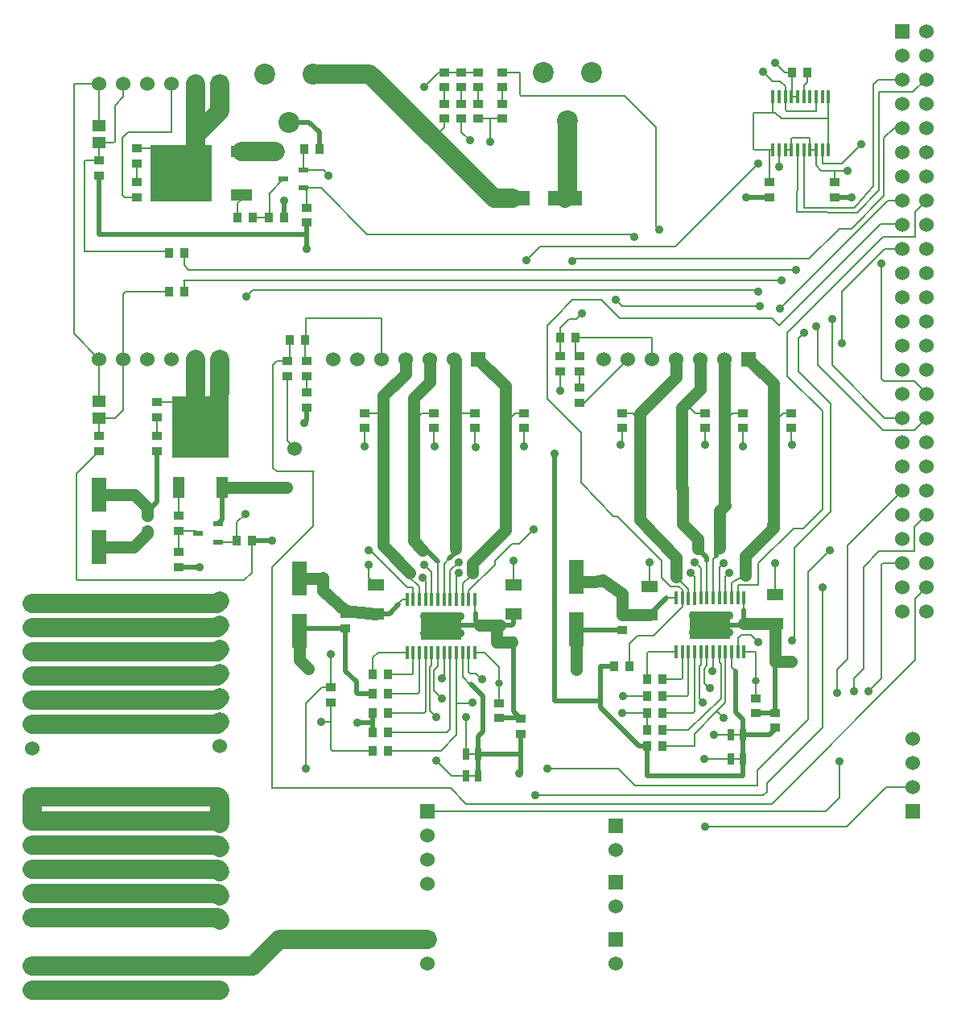
<source format=gtl>
G04 (created by PCBNEW (2013-05-18 BZR 4017)-stable) date Wed 14 Jan 2015 22:46:58 GMT*
%MOIN*%
G04 Gerber Fmt 3.4, Leading zero omitted, Abs format*
%FSLAX34Y34*%
G01*
G70*
G90*
G04 APERTURE LIST*
%ADD10C,0.00590551*%
%ADD11R,0.0906X0.0512*%
%ADD12R,0.2559X0.2323*%
%ADD13C,0.0315*%
%ADD14R,0.0165X0.0579*%
%ADD15C,0.06*%
%ADD16R,0.0394X0.0236*%
%ADD17R,0.025X0.05*%
%ADD18R,0.0709X0.0453*%
%ADD19R,0.0374X0.0394*%
%ADD20R,0.0394X0.0374*%
%ADD21R,0.06X0.06*%
%ADD22R,0.0512X0.0906*%
%ADD23R,0.2323X0.2559*%
%ADD24R,0.1417X0.063*%
%ADD25R,0.063X0.1417*%
%ADD26R,0.0571X0.0453*%
%ADD27C,0.0866*%
%ADD28R,0.1701X0.1181*%
%ADD29C,0.0354*%
%ADD30C,0.035*%
%ADD31C,0.008*%
%ADD32C,0.0198*%
%ADD33C,0.0787402*%
%ADD34C,0.0488*%
%ADD35C,0.0197*%
G04 APERTURE END LIST*
G54D10*
G54D11*
X41500Y-26400D03*
G54D12*
X39000Y-25500D03*
G54D11*
X41500Y-24600D03*
G54D13*
X52150Y-46600D03*
X62800Y-46500D03*
G54D14*
X64522Y-24552D03*
X64778Y-24552D03*
X65034Y-24552D03*
X65290Y-24552D03*
X63758Y-22350D03*
X63754Y-24552D03*
X64010Y-24552D03*
X64266Y-24552D03*
X65546Y-22348D03*
X65290Y-22348D03*
X65034Y-22348D03*
X64778Y-22348D03*
X64522Y-22348D03*
X64266Y-22348D03*
X65546Y-24552D03*
X64010Y-22350D03*
X63498Y-24552D03*
X65802Y-24552D03*
X65802Y-22348D03*
X63498Y-22348D03*
G54D15*
X43708Y-36904D03*
G54D16*
X40516Y-40775D03*
X39684Y-40400D03*
X40516Y-40025D03*
X44066Y-26125D03*
X43234Y-25750D03*
X44066Y-25375D03*
G54D17*
X50800Y-49550D03*
X51300Y-49550D03*
X62250Y-48750D03*
X61750Y-48750D03*
X62250Y-49750D03*
X61750Y-49750D03*
X50800Y-50450D03*
X51300Y-50450D03*
G54D18*
X52750Y-42559D03*
X52750Y-43741D03*
X47050Y-42559D03*
X47050Y-43741D03*
X63600Y-42959D03*
X63600Y-44141D03*
X58400Y-42609D03*
X58400Y-43791D03*
G54D19*
X54685Y-32300D03*
X55315Y-32300D03*
X47565Y-48650D03*
X46935Y-48650D03*
X43485Y-32400D03*
X44115Y-32400D03*
X64285Y-21350D03*
X64915Y-21350D03*
X41965Y-27350D03*
X41335Y-27350D03*
G54D20*
X35600Y-25615D03*
X35600Y-24985D03*
X35600Y-37015D03*
X35600Y-36385D03*
X37150Y-25885D03*
X37150Y-26515D03*
X38000Y-36385D03*
X38000Y-37015D03*
X38900Y-41815D03*
X38900Y-41185D03*
X44200Y-26935D03*
X44200Y-27565D03*
G54D19*
X41285Y-40700D03*
X41915Y-40700D03*
G54D20*
X38900Y-40315D03*
X38900Y-39685D03*
G54D19*
X58915Y-48550D03*
X58285Y-48550D03*
X58285Y-49200D03*
X58915Y-49200D03*
X56935Y-45900D03*
X57565Y-45900D03*
G54D20*
X45200Y-47415D03*
X45200Y-46785D03*
G54D19*
X46935Y-49400D03*
X47565Y-49400D03*
X43265Y-27350D03*
X42635Y-27350D03*
G54D20*
X44200Y-34585D03*
X44200Y-35215D03*
X55500Y-34385D03*
X55500Y-35015D03*
X63350Y-26515D03*
X63350Y-25885D03*
G54D21*
X40600Y-43200D03*
G54D15*
X40600Y-44200D03*
X40600Y-45200D03*
X40600Y-46200D03*
X40600Y-47200D03*
X40600Y-48200D03*
X40600Y-49200D03*
G54D21*
X32829Y-43313D03*
G54D15*
X32829Y-44313D03*
X32829Y-45313D03*
X32829Y-46313D03*
X32829Y-47313D03*
X32829Y-48313D03*
X32829Y-49313D03*
G54D21*
X62500Y-33200D03*
G54D15*
X61500Y-33200D03*
X60500Y-33200D03*
X59500Y-33200D03*
X58500Y-33200D03*
X57500Y-33200D03*
X56500Y-33200D03*
G54D21*
X51300Y-33200D03*
G54D15*
X50300Y-33200D03*
X49300Y-33200D03*
X48300Y-33200D03*
X47300Y-33200D03*
X46300Y-33200D03*
X45300Y-33200D03*
G54D21*
X40600Y-21800D03*
G54D15*
X39600Y-21800D03*
X38600Y-21800D03*
X37600Y-21800D03*
X36600Y-21800D03*
X35600Y-21800D03*
G54D21*
X69300Y-51900D03*
G54D15*
X69300Y-50900D03*
X69300Y-49900D03*
X69300Y-48900D03*
G54D21*
X49200Y-51900D03*
G54D15*
X49200Y-52900D03*
X49200Y-53900D03*
X49200Y-54900D03*
G54D21*
X32829Y-58313D03*
G54D15*
X32829Y-59313D03*
G54D21*
X57000Y-57200D03*
G54D15*
X57000Y-58200D03*
G54D21*
X57000Y-54850D03*
G54D15*
X57000Y-55850D03*
G54D21*
X57000Y-52500D03*
G54D15*
X57000Y-53500D03*
G54D21*
X68874Y-19639D03*
G54D15*
X69874Y-19639D03*
X68874Y-24639D03*
X69874Y-20639D03*
X68874Y-25639D03*
X69874Y-21639D03*
X68874Y-26639D03*
X69874Y-22639D03*
X68874Y-27639D03*
X69874Y-23639D03*
X68874Y-28639D03*
X69874Y-24639D03*
X68874Y-29639D03*
X69874Y-25639D03*
X68874Y-30639D03*
X69874Y-26639D03*
X68874Y-31639D03*
X69874Y-27639D03*
X68874Y-32639D03*
X69874Y-28639D03*
X68874Y-33639D03*
X69874Y-29639D03*
X68874Y-34639D03*
X69874Y-30639D03*
X69874Y-31639D03*
X68874Y-35639D03*
X69874Y-32639D03*
X69874Y-34639D03*
X69874Y-35639D03*
X69874Y-36639D03*
X69874Y-37639D03*
X68874Y-36639D03*
X68874Y-37639D03*
X68874Y-20639D03*
X68874Y-21639D03*
X68874Y-22639D03*
X68874Y-23639D03*
X68874Y-38639D03*
X69874Y-38639D03*
X69874Y-33639D03*
X68874Y-39639D03*
X69874Y-39639D03*
X68874Y-40639D03*
X69874Y-40639D03*
X68874Y-41639D03*
X69874Y-41639D03*
X68874Y-42639D03*
X69874Y-42639D03*
X68874Y-43639D03*
X69874Y-43639D03*
G54D20*
X38000Y-34985D03*
X38000Y-35600D03*
X37150Y-24485D03*
X37150Y-25100D03*
X44200Y-33285D03*
X44200Y-33900D03*
X55500Y-33085D03*
X55500Y-33700D03*
G54D22*
X38900Y-38500D03*
G54D23*
X39800Y-36000D03*
G54D22*
X40700Y-38500D03*
G54D24*
X52717Y-26550D03*
X54883Y-26550D03*
G54D25*
X43900Y-44433D03*
X43900Y-42267D03*
X55350Y-44383D03*
X55350Y-42217D03*
X35600Y-38817D03*
X35600Y-40983D03*
G54D26*
X35600Y-24254D03*
X35600Y-23546D03*
X35600Y-35654D03*
X35600Y-34946D03*
G54D20*
X45800Y-43735D03*
X45800Y-44365D03*
X57250Y-43785D03*
X57250Y-44415D03*
X52150Y-47435D03*
X52150Y-48065D03*
X62800Y-47235D03*
X62800Y-47865D03*
X54700Y-33085D03*
X54700Y-33715D03*
X43400Y-33285D03*
X43400Y-33915D03*
X66050Y-26515D03*
X66050Y-25885D03*
X53050Y-48715D03*
X53050Y-48085D03*
G54D19*
X58915Y-47850D03*
X58285Y-47850D03*
X58915Y-47150D03*
X58285Y-47150D03*
G54D20*
X63600Y-48465D03*
X63600Y-47835D03*
G54D19*
X47565Y-47050D03*
X46935Y-47050D03*
X47565Y-47850D03*
X46935Y-47850D03*
G54D21*
X32829Y-51313D03*
G54D15*
X32829Y-52313D03*
X32829Y-53313D03*
X32829Y-54313D03*
G54D21*
X32829Y-56313D03*
G54D15*
X32829Y-55313D03*
G54D21*
X40600Y-33200D03*
G54D15*
X39600Y-33200D03*
X38600Y-33200D03*
X37600Y-33200D03*
X36600Y-33200D03*
X35600Y-33200D03*
G54D21*
X40600Y-51400D03*
G54D15*
X40600Y-52400D03*
X40600Y-53400D03*
X40600Y-54400D03*
X40600Y-55400D03*
X40600Y-56400D03*
G54D21*
X40600Y-58300D03*
G54D15*
X40600Y-59300D03*
G54D27*
X43450Y-23400D03*
X44450Y-21400D03*
X42450Y-21400D03*
X55000Y-23350D03*
X56000Y-21350D03*
X54000Y-21350D03*
G54D20*
X57250Y-35435D03*
X57250Y-36065D03*
X60700Y-36065D03*
X60700Y-35435D03*
X62250Y-35435D03*
X62250Y-36065D03*
X64250Y-36065D03*
X64250Y-35435D03*
X46600Y-35435D03*
X46600Y-36065D03*
X49450Y-36065D03*
X49450Y-35435D03*
X51150Y-35435D03*
X51150Y-36065D03*
X53200Y-36065D03*
X53200Y-35435D03*
G54D19*
X46935Y-46250D03*
X47565Y-46250D03*
X58285Y-46450D03*
X58915Y-46450D03*
G54D20*
X37600Y-39685D03*
X37600Y-40315D03*
G54D19*
X44715Y-24500D03*
X44085Y-24500D03*
G54D14*
X49622Y-45352D03*
X49878Y-45352D03*
X50134Y-45352D03*
X50390Y-45352D03*
X48858Y-43150D03*
X48854Y-45352D03*
X49110Y-45352D03*
X49366Y-45352D03*
X50646Y-43148D03*
X50390Y-43148D03*
X50134Y-43148D03*
X49878Y-43148D03*
X49622Y-43148D03*
X49366Y-43148D03*
X50646Y-45352D03*
X49110Y-43150D03*
X48598Y-45352D03*
X50902Y-45352D03*
X50902Y-43148D03*
X48598Y-43148D03*
X48343Y-45352D03*
X51157Y-45352D03*
X51157Y-43148D03*
X48343Y-43148D03*
G54D28*
X49750Y-44250D03*
G54D29*
X49050Y-43850D03*
X49550Y-43850D03*
X50050Y-43850D03*
X50550Y-43850D03*
X49300Y-44200D03*
X49800Y-44200D03*
X50300Y-44200D03*
X49050Y-44550D03*
X49550Y-44550D03*
X50050Y-44550D03*
X50550Y-44550D03*
G54D14*
X60772Y-45302D03*
X61028Y-45302D03*
X61284Y-45302D03*
X61540Y-45302D03*
X60008Y-43100D03*
X60004Y-45302D03*
X60260Y-45302D03*
X60516Y-45302D03*
X61796Y-43098D03*
X61540Y-43098D03*
X61284Y-43098D03*
X61028Y-43098D03*
X60772Y-43098D03*
X60516Y-43098D03*
X61796Y-45302D03*
X60260Y-43100D03*
X59748Y-45302D03*
X62052Y-45302D03*
X62052Y-43098D03*
X59748Y-43098D03*
X59493Y-45302D03*
X62307Y-45302D03*
X62307Y-43098D03*
X59493Y-43098D03*
G54D28*
X60900Y-44200D03*
G54D29*
X60200Y-43800D03*
X60700Y-43800D03*
X61200Y-43800D03*
X61700Y-43800D03*
X60450Y-44150D03*
X60950Y-44150D03*
X61450Y-44150D03*
X60200Y-44500D03*
X60700Y-44500D03*
X61200Y-44500D03*
X61700Y-44500D03*
G54D21*
X49200Y-57200D03*
G54D15*
X49200Y-58200D03*
G54D20*
X49900Y-21335D03*
X49900Y-21950D03*
X50600Y-21335D03*
X50600Y-21950D03*
X51300Y-21335D03*
X51300Y-21950D03*
X52300Y-21335D03*
X52300Y-21950D03*
X49900Y-22635D03*
X49900Y-23265D03*
X50600Y-22635D03*
X50600Y-23265D03*
X51300Y-22635D03*
X51300Y-23265D03*
X52300Y-22635D03*
X52300Y-23265D03*
G54D19*
X39115Y-28800D03*
X38485Y-28800D03*
X39115Y-30400D03*
X38485Y-30400D03*
G54D30*
X51800Y-24200D03*
X53000Y-50350D03*
X44800Y-48200D03*
X49550Y-49800D03*
X49550Y-48000D03*
X50800Y-48000D03*
X49800Y-47250D03*
X42750Y-40700D03*
X61050Y-48750D03*
X60900Y-46800D03*
X60650Y-49750D03*
X60600Y-47400D03*
X66750Y-26500D03*
X62400Y-26500D03*
X63600Y-20950D03*
X44100Y-35850D03*
X44200Y-28650D03*
X54450Y-37100D03*
X50950Y-24150D03*
X39750Y-41800D03*
X43250Y-26650D03*
X65300Y-31850D03*
X63850Y-29950D03*
X66150Y-47000D03*
X66250Y-49850D03*
X65550Y-42650D03*
X53650Y-51250D03*
X65950Y-31550D03*
X64450Y-29500D03*
X55600Y-31300D03*
X55200Y-29150D03*
X57750Y-28150D03*
X67150Y-24300D03*
X63800Y-31100D03*
X62900Y-44900D03*
X64300Y-44850D03*
X64800Y-32100D03*
X53600Y-40250D03*
X62950Y-31000D03*
X57000Y-30750D03*
X54150Y-50150D03*
X65850Y-41100D03*
X44150Y-50150D03*
X46750Y-41100D03*
X45200Y-45400D03*
X41650Y-39600D03*
X41700Y-30600D03*
X62900Y-30400D03*
X62900Y-25100D03*
X53300Y-29100D03*
X63750Y-25250D03*
X60700Y-52550D03*
X51450Y-46450D03*
X66350Y-32550D03*
X66850Y-46950D03*
X67450Y-46950D03*
X49050Y-21950D03*
X55050Y-24850D03*
X62250Y-36800D03*
X60700Y-36750D03*
X64300Y-36750D03*
X57200Y-36750D03*
X51200Y-36850D03*
X49500Y-36800D03*
X46600Y-36800D03*
X53200Y-36800D03*
X46300Y-48250D03*
X52750Y-44850D03*
X44850Y-42250D03*
X36950Y-41000D03*
X43350Y-38500D03*
X64300Y-45750D03*
X66600Y-25400D03*
X63100Y-21300D03*
X42900Y-24600D03*
X57250Y-47850D03*
X56450Y-42350D03*
X45100Y-25600D03*
X54700Y-34500D03*
X58400Y-41600D03*
X60250Y-41600D03*
X63600Y-41650D03*
X61450Y-41650D03*
X50500Y-41600D03*
X52750Y-41550D03*
X46750Y-41700D03*
X49050Y-41700D03*
X51050Y-47400D03*
X49800Y-46400D03*
X61450Y-48050D03*
X61000Y-46100D03*
X68000Y-29250D03*
X58800Y-27850D03*
X50550Y-25150D03*
X57300Y-47150D03*
X50500Y-42050D03*
X49000Y-42250D03*
X44250Y-46000D03*
X55350Y-46050D03*
X37050Y-38800D03*
X61700Y-42050D03*
X60100Y-42050D03*
G54D31*
X51800Y-23265D02*
X51800Y-24200D01*
X51300Y-23265D02*
X51800Y-23265D01*
X51800Y-23265D02*
X52300Y-23265D01*
X61750Y-49750D02*
X62250Y-49750D01*
X61750Y-48750D02*
X62250Y-48750D01*
X50800Y-50450D02*
X51300Y-50450D01*
X50800Y-49550D02*
X51300Y-49550D01*
X64522Y-22348D02*
X64266Y-22348D01*
G54D32*
X62250Y-48750D02*
X62250Y-49750D01*
X53050Y-50300D02*
X53050Y-49500D01*
X53000Y-50350D02*
X53050Y-50300D01*
G54D31*
X45200Y-48200D02*
X44800Y-48200D01*
X45200Y-47415D02*
X45200Y-48200D01*
X45200Y-48200D02*
X45200Y-49350D01*
X45250Y-49400D02*
X46935Y-49400D01*
X45200Y-49350D02*
X45250Y-49400D01*
X49290Y-47500D02*
X49290Y-47740D01*
X49366Y-45884D02*
X49290Y-45959D01*
X49290Y-45959D02*
X49290Y-47500D01*
X49366Y-45352D02*
X49366Y-45884D01*
X50200Y-50450D02*
X50800Y-50450D01*
X49550Y-49800D02*
X50200Y-50450D01*
X49290Y-47740D02*
X49550Y-48000D01*
X49450Y-46050D02*
X49500Y-46050D01*
X49800Y-47250D02*
X49450Y-46900D01*
X49450Y-46900D02*
X49450Y-46050D01*
X50800Y-49550D02*
X50800Y-48000D01*
X49622Y-45928D02*
X49622Y-45352D01*
X49500Y-46050D02*
X49622Y-45928D01*
X50646Y-45352D02*
X50646Y-46346D01*
X51000Y-46700D02*
X51000Y-46650D01*
X50646Y-46346D02*
X51000Y-46700D01*
G54D32*
X51300Y-49550D02*
X51300Y-48800D01*
X51300Y-48800D02*
X51500Y-48600D01*
X51500Y-48600D02*
X51500Y-47150D01*
X51500Y-47150D02*
X51000Y-46650D01*
X51000Y-46650D02*
X51000Y-46650D01*
X51300Y-49550D02*
X51300Y-50450D01*
X53050Y-48715D02*
X53050Y-49500D01*
X53000Y-49550D02*
X51300Y-49550D01*
X53050Y-49500D02*
X53000Y-49550D01*
X42750Y-40700D02*
X41915Y-40700D01*
X61950Y-46100D02*
X61950Y-47800D01*
X61950Y-47800D02*
X62250Y-48100D01*
X62250Y-48100D02*
X62250Y-48750D01*
G54D31*
X61796Y-45946D02*
X61950Y-46100D01*
X61796Y-45302D02*
X61796Y-45946D01*
X61796Y-45946D02*
X61800Y-45950D01*
X60772Y-45302D02*
X60772Y-45878D01*
X61050Y-48750D02*
X61750Y-48750D01*
X60850Y-46800D02*
X60900Y-46800D01*
X60650Y-46600D02*
X60850Y-46800D01*
X60650Y-46000D02*
X60650Y-46600D01*
X60772Y-45878D02*
X60650Y-46000D01*
X60516Y-45302D02*
X60516Y-45834D01*
X60650Y-49750D02*
X61750Y-49750D01*
X60450Y-47250D02*
X60600Y-47400D01*
X60450Y-45900D02*
X60450Y-47250D01*
X60516Y-45834D02*
X60450Y-45900D01*
G54D32*
X66735Y-26515D02*
X66050Y-26515D01*
X66750Y-26500D02*
X66735Y-26515D01*
X63350Y-26515D02*
X62415Y-26515D01*
X62415Y-26515D02*
X62400Y-26500D01*
G54D31*
X64285Y-21350D02*
X64000Y-21350D01*
X64000Y-21350D02*
X63600Y-20950D01*
X64285Y-21350D02*
X64285Y-22329D01*
X64285Y-22329D02*
X64266Y-22348D01*
G54D33*
X32829Y-48313D02*
X40487Y-48313D01*
X40487Y-48313D02*
X40600Y-48200D01*
G54D31*
X41915Y-40700D02*
X41915Y-42035D01*
X41915Y-42035D02*
X41600Y-42350D01*
X41600Y-42350D02*
X34700Y-42350D01*
X34700Y-42350D02*
X34650Y-42300D01*
X34650Y-42300D02*
X34650Y-37965D01*
X34650Y-37965D02*
X35600Y-37015D01*
G54D32*
X44200Y-35215D02*
X44200Y-35750D01*
X44200Y-35750D02*
X44100Y-35850D01*
X44200Y-28000D02*
X44150Y-28000D01*
X44200Y-28650D02*
X44200Y-28000D01*
X56350Y-45900D02*
X56350Y-47350D01*
X54450Y-47350D02*
X54450Y-37100D01*
X56350Y-47350D02*
X54450Y-47350D01*
X44200Y-27565D02*
X44200Y-28100D01*
X44200Y-28100D02*
X44150Y-28050D01*
X44150Y-28050D02*
X35600Y-28050D01*
X35600Y-28050D02*
X35600Y-25615D01*
G54D31*
X35600Y-28050D02*
X35600Y-28050D01*
X55500Y-35015D02*
X55685Y-35015D01*
X55685Y-35015D02*
X57500Y-33200D01*
G54D32*
X58285Y-49200D02*
X57950Y-49200D01*
X57950Y-49200D02*
X56350Y-47600D01*
X56350Y-47600D02*
X56350Y-45900D01*
X56350Y-45900D02*
X56935Y-45900D01*
X62250Y-49750D02*
X62250Y-50450D01*
X62250Y-50450D02*
X58300Y-50450D01*
X58300Y-50450D02*
X58285Y-50435D01*
X58285Y-50435D02*
X58285Y-49200D01*
X62250Y-48750D02*
X63350Y-48750D01*
X63350Y-48750D02*
X63600Y-48500D01*
G54D31*
X50600Y-23265D02*
X50600Y-23800D01*
X50600Y-23800D02*
X50950Y-24150D01*
G54D32*
X39735Y-41815D02*
X39750Y-41800D01*
X38900Y-41815D02*
X39735Y-41815D01*
X43265Y-26665D02*
X43265Y-27350D01*
X43250Y-26650D02*
X43265Y-26665D01*
G54D31*
X39115Y-30400D02*
X39115Y-29950D01*
X39115Y-29950D02*
X39100Y-29950D01*
X69363Y-36150D02*
X69874Y-35639D01*
X68050Y-36150D02*
X69363Y-36150D01*
X65350Y-33450D02*
X68050Y-36150D01*
X65350Y-31900D02*
X65350Y-33450D01*
X65300Y-31850D02*
X65350Y-31900D01*
X39100Y-29950D02*
X63850Y-29950D01*
X49200Y-51900D02*
X50100Y-51900D01*
X66600Y-40913D02*
X68874Y-38639D01*
X66600Y-45600D02*
X66600Y-40913D01*
X66150Y-46050D02*
X66600Y-45600D01*
X66150Y-47000D02*
X66150Y-46050D01*
X66250Y-51350D02*
X66250Y-49850D01*
X65700Y-51900D02*
X66250Y-51350D01*
X50100Y-51900D02*
X65700Y-51900D01*
X56200Y-51250D02*
X53650Y-51250D01*
X65550Y-42650D02*
X65550Y-48450D01*
X65550Y-48450D02*
X63250Y-50750D01*
X63250Y-50750D02*
X63250Y-51100D01*
X63250Y-51100D02*
X63100Y-51250D01*
X63100Y-51250D02*
X56200Y-51250D01*
X39115Y-28800D02*
X39115Y-29315D01*
X39115Y-29315D02*
X39300Y-29500D01*
X68139Y-35639D02*
X68874Y-35639D01*
X65950Y-33450D02*
X68139Y-35639D01*
X65950Y-31550D02*
X65950Y-33450D01*
X39300Y-29500D02*
X64450Y-29500D01*
X66750Y-27800D02*
X66250Y-27800D01*
X68511Y-23639D02*
X68100Y-24050D01*
X68100Y-24050D02*
X68100Y-26450D01*
X68100Y-26450D02*
X66750Y-27800D01*
X68874Y-23639D02*
X68511Y-23639D01*
X54685Y-31915D02*
X54685Y-32300D01*
X55050Y-31550D02*
X54685Y-31915D01*
X55350Y-31550D02*
X55050Y-31550D01*
X55600Y-31300D02*
X55350Y-31550D01*
X55300Y-29050D02*
X55200Y-29150D01*
X65000Y-29050D02*
X55300Y-29050D01*
X66250Y-27800D02*
X65000Y-29050D01*
X54685Y-32300D02*
X54685Y-33070D01*
X54685Y-33070D02*
X54700Y-33085D01*
G54D33*
X32829Y-51313D02*
X32829Y-52313D01*
X40600Y-51400D02*
X40600Y-52400D01*
X32829Y-52313D02*
X40513Y-52313D01*
X40513Y-52313D02*
X40600Y-52400D01*
X32829Y-51313D02*
X40513Y-51313D01*
X40513Y-51313D02*
X40600Y-51400D01*
X32829Y-44313D02*
X40487Y-44313D01*
X40487Y-44313D02*
X40600Y-44200D01*
X32829Y-43313D02*
X40487Y-43313D01*
X40487Y-43313D02*
X40600Y-43200D01*
X32829Y-45313D02*
X40487Y-45313D01*
X40487Y-45313D02*
X40600Y-45200D01*
X32829Y-46313D02*
X40487Y-46313D01*
X40487Y-46313D02*
X40600Y-46200D01*
X32829Y-47313D02*
X40487Y-47313D01*
X40487Y-47313D02*
X40600Y-47200D01*
X32829Y-55313D02*
X40513Y-55313D01*
X40513Y-55313D02*
X40600Y-55400D01*
X40600Y-21800D02*
X40600Y-22950D01*
X40600Y-22950D02*
X39600Y-23950D01*
X39600Y-21800D02*
X39600Y-23950D01*
X39600Y-23950D02*
X39600Y-24900D01*
X39600Y-24900D02*
X39000Y-25500D01*
G54D31*
X37150Y-24485D02*
X37985Y-24485D01*
X37985Y-24485D02*
X39000Y-25500D01*
X65550Y-35350D02*
X65550Y-39400D01*
X68050Y-28150D02*
X64100Y-32100D01*
X64100Y-32100D02*
X64100Y-33900D01*
X64100Y-33900D02*
X65550Y-35350D01*
X62052Y-42552D02*
X62052Y-43098D01*
X62050Y-42550D02*
X62052Y-42552D01*
X62900Y-42550D02*
X62050Y-42550D01*
X62900Y-41650D02*
X62900Y-42550D01*
X64350Y-40200D02*
X62900Y-41650D01*
X64750Y-40200D02*
X64350Y-40200D01*
X65550Y-39400D02*
X64750Y-40200D01*
X68050Y-28150D02*
X68050Y-28150D01*
X68050Y-28150D02*
X69400Y-28150D01*
X69400Y-27113D02*
X69874Y-26639D01*
X69400Y-28050D02*
X69400Y-27113D01*
X69400Y-28150D02*
X69400Y-28050D01*
X56900Y-39700D02*
X57050Y-39700D01*
X63450Y-31500D02*
X63750Y-31800D01*
X63750Y-31800D02*
X67950Y-27600D01*
X67950Y-27600D02*
X68835Y-27600D01*
X68874Y-27639D02*
X68835Y-27600D01*
X54450Y-31500D02*
X55200Y-30750D01*
X56400Y-30750D02*
X57150Y-31500D01*
X55200Y-30750D02*
X56400Y-30750D01*
X54150Y-31800D02*
X54450Y-31500D01*
X55550Y-36250D02*
X54150Y-34850D01*
X55550Y-38300D02*
X55550Y-36250D01*
X56900Y-39700D02*
X55550Y-38300D01*
X54150Y-34850D02*
X54150Y-31800D01*
X57150Y-31500D02*
X63450Y-31500D01*
X57050Y-39700D02*
X57900Y-40550D01*
X59748Y-43098D02*
X59748Y-42748D01*
X58900Y-41550D02*
X57900Y-40550D01*
X57900Y-40550D02*
X57850Y-40500D01*
X58900Y-42250D02*
X58900Y-41550D01*
X59250Y-42600D02*
X58900Y-42250D01*
X59600Y-42600D02*
X59250Y-42600D01*
X59748Y-42748D02*
X59600Y-42600D01*
X57565Y-45100D02*
X57550Y-45100D01*
X57550Y-45100D02*
X57565Y-45100D01*
X59748Y-43098D02*
X59748Y-43452D01*
X57565Y-44985D02*
X57565Y-45100D01*
X57565Y-45100D02*
X57565Y-45900D01*
X57900Y-44650D02*
X57565Y-44985D01*
X58550Y-44650D02*
X57900Y-44650D01*
X59748Y-43452D02*
X58550Y-44650D01*
X62250Y-35435D02*
X61815Y-35435D01*
X61815Y-35435D02*
X61500Y-35750D01*
G54D34*
X61500Y-33200D02*
X61500Y-35750D01*
X61500Y-35750D02*
X61500Y-39285D01*
X61535Y-39250D02*
X61300Y-39485D01*
X61500Y-39285D02*
X61535Y-39250D01*
G54D32*
X61150Y-41350D02*
X61150Y-41150D01*
G54D31*
X61028Y-41472D02*
X61150Y-41350D01*
X61028Y-43098D02*
X61028Y-41472D01*
G54D34*
X61300Y-41000D02*
X61300Y-39485D01*
G54D32*
X61150Y-41150D02*
X61300Y-41000D01*
G54D31*
X64250Y-35435D02*
X63915Y-35435D01*
X63915Y-35435D02*
X63526Y-35824D01*
G54D34*
X63526Y-38511D02*
X63526Y-35824D01*
X63526Y-35824D02*
X63526Y-34226D01*
X63526Y-34226D02*
X62500Y-33200D01*
X63526Y-38526D02*
X63526Y-38511D01*
X63526Y-38511D02*
X63526Y-40189D01*
X63500Y-40050D02*
X63500Y-40215D01*
X63500Y-40163D02*
X63500Y-40050D01*
X63526Y-40189D02*
X63500Y-40163D01*
X62350Y-42150D02*
X62350Y-41365D01*
X62350Y-41365D02*
X63500Y-40215D01*
G54D31*
X61796Y-43098D02*
X61800Y-42450D01*
X61800Y-42450D02*
X62350Y-42150D01*
X60700Y-35435D02*
X60285Y-35435D01*
X60285Y-35435D02*
X59900Y-35050D01*
G54D34*
X59726Y-38024D02*
X59726Y-35224D01*
X59750Y-38535D02*
X59726Y-38511D01*
X60400Y-41050D02*
X60400Y-40650D01*
G54D32*
X60750Y-41400D02*
X60400Y-41050D01*
G54D31*
X60772Y-43098D02*
X60772Y-41572D01*
X60772Y-41572D02*
X60750Y-41550D01*
G54D32*
X60750Y-41550D02*
X60750Y-41400D01*
G54D34*
X60400Y-40650D02*
X59750Y-40000D01*
X59750Y-40000D02*
X59750Y-38535D01*
X59726Y-38024D02*
X59726Y-38511D01*
X60500Y-34450D02*
X60500Y-33200D01*
X59726Y-35224D02*
X59900Y-35050D01*
X59900Y-35050D02*
X60500Y-34450D01*
G54D31*
X57250Y-35435D02*
X57685Y-35435D01*
X57900Y-35800D02*
X58000Y-35800D01*
X57950Y-35750D02*
X57900Y-35800D01*
X58000Y-35750D02*
X57950Y-35750D01*
X57685Y-35435D02*
X58000Y-35750D01*
G54D34*
X58000Y-39850D02*
X58000Y-35800D01*
X58000Y-35800D02*
X58000Y-35450D01*
X59500Y-41400D02*
X58000Y-39850D01*
G54D31*
X60008Y-43100D02*
X60008Y-42708D01*
X60008Y-42708D02*
X59500Y-42200D01*
G54D34*
X59500Y-42200D02*
X59500Y-41400D01*
X59500Y-33950D02*
X59500Y-33200D01*
X58000Y-35450D02*
X59500Y-33950D01*
G54D31*
X57750Y-28150D02*
X57650Y-28050D01*
X57650Y-28050D02*
X46700Y-28050D01*
X46700Y-28050D02*
X44775Y-26125D01*
X44066Y-26125D02*
X44775Y-26125D01*
X44200Y-26935D02*
X44200Y-26259D01*
X44200Y-26259D02*
X44066Y-26125D01*
X65546Y-24552D02*
X65546Y-25096D01*
X66350Y-25100D02*
X67150Y-24300D01*
X65550Y-25100D02*
X66350Y-25100D01*
X65546Y-25096D02*
X65550Y-25100D01*
X62800Y-46500D02*
X62800Y-47235D01*
X62307Y-45302D02*
X62798Y-45302D01*
X62800Y-45304D02*
X62800Y-46500D01*
X62798Y-45302D02*
X62800Y-45304D01*
X65900Y-35200D02*
X65900Y-35050D01*
X68874Y-26639D02*
X68261Y-26639D01*
X68261Y-26639D02*
X63800Y-31100D01*
X64300Y-44850D02*
X64400Y-44750D01*
X64400Y-44750D02*
X64400Y-41000D01*
X64400Y-41000D02*
X65900Y-39500D01*
X65900Y-39500D02*
X65900Y-35200D01*
X62052Y-44748D02*
X62052Y-45302D01*
X62200Y-44600D02*
X62052Y-44748D01*
X62600Y-44600D02*
X62200Y-44600D01*
X62900Y-44900D02*
X62600Y-44600D01*
X64550Y-32350D02*
X64800Y-32100D01*
X64550Y-33700D02*
X64550Y-32350D01*
X65900Y-35050D02*
X64550Y-33700D01*
X55315Y-32300D02*
X58500Y-32300D01*
X58500Y-32300D02*
X58500Y-33200D01*
X55315Y-32300D02*
X55315Y-32900D01*
X55315Y-32900D02*
X55500Y-33085D01*
X35000Y-28750D02*
X38435Y-28750D01*
X35600Y-24985D02*
X35015Y-24985D01*
X35015Y-24985D02*
X35000Y-25000D01*
X35000Y-25000D02*
X35000Y-28750D01*
X38435Y-28750D02*
X38485Y-28800D01*
X36600Y-21800D02*
X36600Y-22350D01*
X36196Y-24254D02*
X35600Y-24254D01*
X36250Y-24200D02*
X36196Y-24254D01*
X36250Y-22700D02*
X36250Y-24200D01*
X36600Y-22350D02*
X36250Y-22700D01*
X35600Y-24985D02*
X35600Y-24254D01*
X38000Y-34985D02*
X38785Y-34985D01*
X38785Y-34985D02*
X39800Y-36000D01*
G54D33*
X39600Y-33200D02*
X39600Y-35800D01*
G54D34*
X39600Y-35800D02*
X39800Y-36000D01*
X39800Y-36000D02*
X39800Y-35400D01*
G54D33*
X40600Y-34600D02*
X40600Y-33200D01*
G54D34*
X39800Y-35400D02*
X40600Y-34600D01*
G54D31*
X53000Y-40850D02*
X53600Y-40250D01*
X50902Y-43148D02*
X50902Y-42798D01*
X52000Y-41550D02*
X52700Y-40850D01*
X52000Y-41700D02*
X52000Y-41550D01*
X50902Y-42798D02*
X52000Y-41700D01*
X52700Y-40850D02*
X53000Y-40850D01*
X57250Y-31000D02*
X62950Y-31000D01*
X57000Y-30750D02*
X57250Y-31000D01*
X62850Y-50850D02*
X57800Y-50850D01*
X57800Y-50850D02*
X57100Y-50150D01*
X57100Y-50150D02*
X54250Y-50150D01*
X54250Y-50150D02*
X54150Y-50250D01*
X54150Y-50250D02*
X54150Y-50150D01*
X64950Y-42000D02*
X65850Y-41100D01*
X62850Y-50850D02*
X62850Y-50200D01*
X62850Y-50200D02*
X64950Y-48100D01*
X64950Y-48100D02*
X64950Y-42000D01*
X54150Y-50150D02*
X54200Y-50100D01*
X45200Y-46785D02*
X44815Y-46785D01*
X44150Y-47450D02*
X44150Y-50150D01*
X44815Y-46785D02*
X44150Y-47450D01*
X45200Y-46785D02*
X45200Y-45400D01*
X46750Y-41100D02*
X46775Y-41075D01*
X46775Y-41075D02*
X46750Y-41100D01*
X46750Y-41100D02*
X46750Y-41050D01*
X48598Y-43148D02*
X48598Y-42698D01*
X48350Y-42650D02*
X46750Y-41050D01*
X46750Y-41050D02*
X46750Y-41050D01*
X48550Y-42650D02*
X48350Y-42650D01*
X48598Y-42698D02*
X48550Y-42650D01*
X51150Y-35435D02*
X50350Y-35435D01*
G54D34*
X50350Y-39200D02*
X50350Y-35435D01*
X50350Y-35435D02*
X50350Y-33250D01*
X50350Y-33250D02*
X50300Y-33200D01*
G54D32*
X50350Y-41050D02*
X50350Y-41200D01*
G54D31*
X49878Y-41672D02*
X50100Y-41450D01*
X49878Y-43148D02*
X49878Y-41672D01*
G54D34*
X50350Y-41050D02*
X50350Y-39200D01*
X50350Y-39200D02*
X50350Y-39150D01*
G54D32*
X50350Y-41200D02*
X50100Y-41450D01*
G54D31*
X53200Y-35435D02*
X52815Y-35435D01*
X52815Y-35435D02*
X52426Y-35824D01*
G54D34*
X52426Y-40274D02*
X52426Y-35824D01*
X52426Y-35824D02*
X52426Y-34326D01*
X51050Y-42050D02*
X51050Y-41650D01*
X52426Y-40274D02*
X51050Y-41650D01*
X52426Y-34326D02*
X51300Y-33200D01*
G54D31*
X50646Y-43148D02*
X50646Y-42496D01*
X50942Y-42200D02*
X51050Y-42200D01*
X50646Y-42496D02*
X50942Y-42200D01*
X49450Y-35435D02*
X48965Y-35435D01*
X48965Y-35435D02*
X48626Y-35774D01*
G54D34*
X48626Y-37924D02*
X48626Y-35774D01*
X48626Y-35774D02*
X48626Y-34824D01*
X48626Y-38561D02*
X48626Y-37924D01*
G54D32*
X49622Y-41572D02*
X49150Y-41100D01*
G54D34*
X48626Y-38561D02*
X48626Y-40726D01*
X48626Y-40726D02*
X49000Y-41100D01*
G54D32*
X49000Y-41100D02*
X49150Y-41100D01*
G54D34*
X49300Y-34150D02*
X49300Y-33200D01*
X48626Y-34824D02*
X49300Y-34150D01*
G54D31*
X49622Y-43148D02*
X49622Y-41572D01*
X49622Y-41572D02*
X49600Y-41550D01*
X46600Y-35435D02*
X47374Y-35435D01*
X47300Y-35500D02*
X47374Y-35500D01*
X47309Y-35500D02*
X47300Y-35500D01*
X47374Y-35435D02*
X47309Y-35500D01*
G54D34*
X47374Y-38561D02*
X47374Y-35500D01*
X47374Y-35500D02*
X47374Y-34726D01*
X48300Y-33800D02*
X48300Y-33200D01*
X47374Y-34726D02*
X48300Y-33800D01*
X47374Y-38561D02*
X47374Y-40924D01*
X47374Y-40924D02*
X48450Y-42050D01*
X47374Y-38561D02*
X47374Y-38676D01*
G54D31*
X48858Y-43150D02*
X48858Y-42608D01*
X48858Y-42608D02*
X48350Y-42150D01*
X62900Y-30350D02*
X62900Y-30400D01*
X41285Y-39965D02*
X41650Y-39600D01*
X41700Y-30600D02*
X41950Y-30350D01*
X41950Y-30350D02*
X62900Y-30350D01*
X41285Y-40700D02*
X41285Y-39965D01*
X40516Y-40775D02*
X41210Y-40775D01*
X41210Y-40775D02*
X41285Y-40700D01*
X53300Y-29100D02*
X53850Y-28550D01*
X53850Y-28550D02*
X59450Y-28550D01*
X59450Y-28550D02*
X62900Y-25100D01*
X63754Y-25246D02*
X63754Y-24552D01*
X63750Y-25250D02*
X63754Y-25246D01*
X52150Y-46600D02*
X52150Y-47435D01*
X51157Y-45352D02*
X51552Y-45352D01*
X52150Y-45950D02*
X52150Y-46600D01*
X51552Y-45352D02*
X52150Y-45950D01*
X69300Y-50900D02*
X68200Y-50900D01*
X66550Y-52550D02*
X60700Y-52550D01*
X68200Y-50900D02*
X66550Y-52550D01*
X50902Y-45352D02*
X50902Y-46152D01*
X50902Y-46152D02*
X50950Y-46200D01*
X50950Y-46200D02*
X51200Y-46200D01*
X51200Y-46200D02*
X51450Y-46450D01*
X68111Y-28639D02*
X66350Y-30400D01*
X66350Y-30400D02*
X66350Y-32550D01*
X68874Y-28639D02*
X68111Y-28639D01*
X43400Y-33285D02*
X42965Y-33285D01*
X69400Y-43113D02*
X69874Y-42639D01*
X69400Y-45650D02*
X69400Y-43113D01*
X63450Y-51600D02*
X69400Y-45650D01*
X50800Y-51600D02*
X63450Y-51600D01*
X50150Y-50950D02*
X50800Y-51600D01*
X43050Y-50950D02*
X50150Y-50950D01*
X42750Y-50950D02*
X43050Y-50950D01*
X42750Y-41800D02*
X42750Y-50950D01*
X44450Y-40100D02*
X42750Y-41800D01*
X44450Y-37900D02*
X44450Y-40100D01*
X44500Y-37850D02*
X44450Y-37900D01*
X42950Y-37850D02*
X44500Y-37850D01*
X42800Y-37700D02*
X42950Y-37850D01*
X42800Y-33450D02*
X42800Y-37700D01*
X42965Y-33285D02*
X42800Y-33450D01*
X43485Y-32400D02*
X43485Y-33200D01*
X43485Y-33200D02*
X43400Y-33285D01*
X44115Y-32400D02*
X44115Y-33200D01*
X44115Y-33200D02*
X44200Y-33285D01*
X44150Y-31500D02*
X44150Y-32365D01*
X47300Y-31550D02*
X47250Y-31500D01*
X47250Y-31500D02*
X44150Y-31500D01*
X47300Y-33200D02*
X47300Y-31550D01*
X44150Y-32365D02*
X44115Y-32400D01*
X38485Y-30400D02*
X36700Y-30400D01*
X36700Y-30400D02*
X36600Y-30500D01*
X36600Y-33200D02*
X36600Y-30500D01*
X35600Y-35654D02*
X35600Y-36385D01*
X36600Y-33200D02*
X36600Y-35300D01*
X36246Y-35654D02*
X35600Y-35654D01*
X36600Y-35300D02*
X36246Y-35654D01*
X69861Y-39639D02*
X69874Y-39639D01*
X66850Y-46950D02*
X66850Y-46400D01*
X66850Y-46400D02*
X67250Y-46000D01*
X67250Y-46000D02*
X67250Y-41800D01*
X67250Y-41800D02*
X67900Y-41150D01*
X67900Y-41150D02*
X69350Y-41150D01*
X69350Y-41150D02*
X69350Y-40150D01*
X69350Y-40150D02*
X69861Y-39639D01*
X68061Y-41639D02*
X68874Y-41639D01*
X68000Y-41700D02*
X68061Y-41639D01*
X68000Y-46400D02*
X68000Y-41700D01*
X67450Y-46950D02*
X68000Y-46400D01*
G54D33*
X49200Y-57200D02*
X43050Y-57200D01*
X41950Y-58300D02*
X40600Y-58300D01*
X43050Y-57200D02*
X41950Y-58300D01*
X32829Y-58313D02*
X40587Y-58313D01*
X40587Y-58313D02*
X40600Y-58300D01*
G54D31*
X49900Y-21335D02*
X49665Y-21335D01*
X49665Y-21335D02*
X49050Y-21950D01*
X50600Y-21335D02*
X51300Y-21335D01*
X49900Y-21335D02*
X50600Y-21335D01*
X55000Y-25500D02*
X55000Y-24900D01*
X55000Y-24900D02*
X55050Y-24850D01*
G54D33*
X55000Y-23350D02*
X55000Y-25500D01*
X55000Y-25500D02*
X55000Y-26433D01*
X55000Y-26433D02*
X54883Y-26550D01*
G54D31*
X62250Y-36065D02*
X62250Y-36800D01*
X60700Y-36750D02*
X60700Y-36065D01*
X64250Y-36700D02*
X64250Y-36065D01*
X64300Y-36750D02*
X64250Y-36700D01*
X57250Y-36065D02*
X57250Y-36700D01*
X57250Y-36700D02*
X57200Y-36750D01*
X51150Y-36800D02*
X51150Y-36065D01*
X51200Y-36850D02*
X51150Y-36800D01*
X49450Y-36065D02*
X49450Y-36750D01*
X49450Y-36750D02*
X49500Y-36800D01*
X46600Y-36800D02*
X46600Y-36065D01*
X53200Y-36065D02*
X53200Y-36800D01*
G54D32*
X46935Y-48250D02*
X46300Y-48250D01*
G54D35*
X46935Y-47850D02*
X46935Y-48250D01*
X46935Y-48250D02*
X46935Y-48650D01*
G54D32*
X52750Y-44850D02*
X52750Y-47785D01*
X52750Y-47785D02*
X53050Y-48085D01*
X52150Y-48065D02*
X53030Y-48065D01*
X53030Y-48065D02*
X53050Y-48085D01*
G54D34*
X52700Y-44900D02*
X52050Y-44900D01*
G54D31*
X52750Y-44850D02*
X52700Y-44900D01*
G54D34*
X52050Y-44900D02*
X52050Y-44350D01*
G54D32*
X52050Y-44350D02*
X52200Y-44200D01*
X51200Y-43700D02*
X51200Y-44050D01*
G54D31*
X51157Y-43657D02*
X51200Y-43700D01*
X51157Y-43148D02*
X51157Y-43657D01*
G54D32*
X51200Y-44050D02*
X51350Y-44200D01*
X49800Y-44200D02*
X51350Y-44200D01*
G54D34*
X51350Y-44200D02*
X52200Y-44200D01*
G54D32*
X52200Y-44200D02*
X52700Y-44200D01*
X52750Y-44150D02*
X52700Y-44200D01*
X52750Y-44150D02*
X52750Y-43741D01*
X49800Y-44200D02*
X49750Y-44250D01*
X47050Y-43741D02*
X47609Y-43741D01*
X47609Y-43741D02*
X48000Y-43350D01*
G54D31*
X48343Y-43148D02*
X48152Y-43148D01*
X48152Y-43148D02*
X48000Y-43300D01*
G54D34*
X44850Y-42250D02*
X44850Y-42785D01*
X45800Y-43600D02*
X47050Y-43741D01*
X44850Y-42785D02*
X45800Y-43600D01*
X43900Y-42267D02*
X44833Y-42267D01*
X44833Y-42267D02*
X44850Y-42250D01*
G54D31*
X36950Y-41000D02*
X36950Y-40983D01*
G54D34*
X40700Y-38500D02*
X43350Y-38500D01*
X64250Y-45700D02*
X63600Y-45700D01*
G54D31*
X64300Y-45750D02*
X64250Y-45700D01*
X66050Y-25400D02*
X66600Y-25400D01*
X65290Y-24552D02*
X65290Y-25190D01*
X66050Y-25400D02*
X66050Y-25885D01*
X65500Y-25400D02*
X66050Y-25400D01*
X65290Y-25190D02*
X65500Y-25400D01*
X64010Y-21910D02*
X64010Y-22350D01*
X63800Y-21700D02*
X64010Y-21910D01*
X63500Y-21700D02*
X63800Y-21700D01*
X63100Y-21300D02*
X63500Y-21700D01*
X65290Y-22348D02*
X65290Y-22940D01*
X65280Y-22950D02*
X64700Y-22950D01*
X64700Y-22950D02*
X64600Y-22950D01*
X64600Y-22950D02*
X64500Y-22950D01*
X65290Y-22940D02*
X65280Y-22950D01*
X64010Y-22890D02*
X64070Y-22950D01*
X64010Y-22350D02*
X64010Y-22890D01*
X64070Y-22950D02*
X64500Y-22950D01*
X64266Y-24552D02*
X64266Y-24084D01*
X64266Y-24084D02*
X64300Y-24050D01*
X64300Y-24050D02*
X64700Y-24050D01*
X65034Y-24084D02*
X65034Y-24552D01*
X64700Y-24050D02*
X65000Y-24050D01*
X65000Y-24050D02*
X65034Y-24084D01*
X65034Y-24552D02*
X65290Y-24552D01*
X64010Y-24552D02*
X64266Y-24552D01*
G54D33*
X41500Y-24600D02*
X42900Y-24600D01*
G54D32*
X40700Y-38500D02*
X40700Y-39841D01*
X40700Y-39841D02*
X40516Y-40025D01*
G54D34*
X37600Y-40315D02*
X37600Y-40400D01*
X37600Y-40400D02*
X37017Y-40983D01*
X37017Y-40983D02*
X36950Y-40983D01*
X36950Y-40983D02*
X35600Y-40983D01*
G54D31*
X43400Y-33915D02*
X43400Y-36596D01*
X43400Y-36596D02*
X43708Y-36904D01*
X58285Y-47850D02*
X57250Y-47850D01*
X59493Y-43098D02*
X59093Y-43098D01*
G54D32*
X59093Y-43098D02*
X58400Y-43791D01*
X63100Y-47835D02*
X63535Y-47835D01*
X62800Y-47850D02*
X62770Y-47880D01*
X63100Y-47835D02*
X62800Y-47850D01*
X63600Y-47770D02*
X63600Y-45700D01*
X63535Y-47835D02*
X63600Y-47770D01*
G54D34*
X63600Y-45700D02*
X63600Y-44141D01*
G54D31*
X58285Y-48550D02*
X58285Y-47850D01*
G54D34*
X57250Y-43785D02*
X58394Y-43785D01*
X58394Y-43785D02*
X58400Y-43791D01*
X57250Y-43785D02*
X57250Y-42900D01*
X57250Y-42900D02*
X56450Y-42350D01*
X56133Y-42417D02*
X55350Y-42417D01*
X56450Y-42350D02*
X56133Y-42417D01*
X63600Y-44141D02*
X62307Y-44141D01*
G54D32*
X62307Y-44141D02*
X62307Y-44193D01*
X62307Y-43593D02*
X62307Y-44193D01*
X62300Y-44200D02*
X60900Y-44200D01*
X62307Y-44193D02*
X62300Y-44200D01*
G54D31*
X62307Y-43098D02*
X62307Y-43593D01*
X62307Y-43593D02*
X62300Y-43600D01*
X44066Y-25375D02*
X44066Y-24519D01*
X44066Y-24519D02*
X44085Y-24500D01*
X44875Y-25375D02*
X44066Y-25375D01*
X45100Y-25600D02*
X44875Y-25375D01*
X54700Y-34500D02*
X54700Y-33715D01*
X55500Y-33700D02*
X55500Y-34385D01*
X59493Y-45302D02*
X58348Y-45302D01*
X58285Y-45365D02*
X58285Y-46450D01*
X58348Y-45302D02*
X58285Y-45365D01*
X58915Y-46450D02*
X59700Y-46450D01*
X59748Y-46402D02*
X59748Y-45302D01*
X59700Y-46450D02*
X59748Y-46402D01*
X47565Y-47050D02*
X48800Y-47050D01*
X48854Y-46996D02*
X48854Y-45352D01*
X48800Y-47050D02*
X48854Y-46996D01*
X60516Y-43098D02*
X60516Y-41866D01*
X58400Y-41600D02*
X58400Y-42609D01*
X60516Y-41866D02*
X60250Y-41600D01*
X61284Y-43098D02*
X61284Y-41816D01*
X63600Y-41650D02*
X63600Y-42959D01*
X61284Y-41816D02*
X61450Y-41650D01*
X58915Y-47150D02*
X59950Y-47150D01*
X60004Y-47096D02*
X60004Y-45302D01*
X59950Y-47150D02*
X60004Y-47096D01*
X61350Y-46300D02*
X61350Y-45800D01*
X60000Y-48550D02*
X61350Y-47250D01*
X61350Y-47250D02*
X61350Y-46300D01*
X58915Y-48550D02*
X60000Y-48550D01*
X61284Y-45734D02*
X61284Y-45302D01*
X61350Y-45800D02*
X61284Y-45734D01*
X58915Y-47850D02*
X60200Y-47850D01*
X60260Y-47790D02*
X60260Y-45302D01*
X60200Y-47850D02*
X60260Y-47790D01*
X52750Y-42559D02*
X52750Y-41550D01*
X50134Y-41966D02*
X50500Y-41600D01*
X50134Y-41966D02*
X50134Y-43148D01*
X47565Y-48650D02*
X50000Y-48650D01*
X50134Y-48516D02*
X50134Y-45352D01*
X50000Y-48650D02*
X50134Y-48516D01*
X44200Y-33900D02*
X44200Y-34585D01*
X47565Y-47850D02*
X49050Y-47850D01*
X49110Y-47790D02*
X49110Y-45352D01*
X49050Y-47850D02*
X49110Y-47790D01*
X46750Y-41700D02*
X46750Y-42259D01*
X49366Y-43148D02*
X49366Y-42016D01*
X49366Y-42016D02*
X49050Y-41700D01*
X46750Y-42259D02*
X47050Y-42559D01*
X49878Y-45352D02*
X49878Y-46322D01*
X51000Y-47450D02*
X50390Y-47450D01*
X51050Y-47400D02*
X51000Y-47450D01*
X49878Y-46322D02*
X49800Y-46400D01*
X47565Y-49400D02*
X49750Y-49400D01*
X50390Y-48760D02*
X50390Y-47450D01*
X50390Y-47450D02*
X50390Y-45352D01*
X49750Y-49400D02*
X50390Y-48760D01*
X61028Y-45302D02*
X61028Y-46072D01*
X61200Y-47800D02*
X61200Y-47750D01*
X61175Y-47775D02*
X61200Y-47800D01*
X61450Y-48050D02*
X61175Y-47775D01*
X61028Y-46072D02*
X61000Y-46100D01*
X58900Y-49200D02*
X60250Y-49200D01*
X61540Y-47410D02*
X61540Y-45302D01*
X60250Y-48700D02*
X61200Y-47750D01*
X61200Y-47750D02*
X61540Y-47410D01*
X60250Y-49200D02*
X60250Y-48700D01*
X60250Y-49200D02*
X60250Y-49200D01*
X64915Y-21350D02*
X64915Y-21735D01*
X64778Y-21872D02*
X64778Y-22348D01*
X64915Y-21735D02*
X64778Y-21872D01*
X42642Y-26342D02*
X42642Y-27343D01*
X42642Y-27343D02*
X42635Y-27350D01*
X41965Y-27350D02*
X42635Y-27350D01*
X42635Y-26349D02*
X42642Y-26342D01*
X42642Y-26342D02*
X43234Y-25750D01*
X38000Y-35600D02*
X38000Y-36385D01*
X41500Y-26400D02*
X41500Y-26600D01*
X41335Y-26765D02*
X41335Y-27350D01*
X41500Y-26600D02*
X41335Y-26765D01*
X38900Y-38500D02*
X38900Y-39685D01*
X38900Y-40315D02*
X39599Y-40315D01*
X39599Y-40315D02*
X39684Y-40400D01*
X38900Y-40315D02*
X38900Y-41185D01*
X37150Y-25100D02*
X37150Y-25885D01*
X50600Y-21950D02*
X50600Y-22635D01*
X49900Y-21950D02*
X49900Y-22635D01*
X52300Y-21950D02*
X52300Y-22635D01*
X51300Y-21950D02*
X51300Y-22635D01*
X63352Y-24552D02*
X62752Y-24552D01*
X62700Y-23000D02*
X63450Y-23000D01*
X62700Y-24500D02*
X62700Y-23000D01*
X62752Y-24552D02*
X62700Y-24500D01*
X63498Y-24552D02*
X63352Y-24552D01*
X63350Y-24554D02*
X63350Y-25885D01*
X63352Y-24552D02*
X63350Y-24554D01*
X63500Y-23000D02*
X63600Y-23000D01*
X63850Y-23250D02*
X65802Y-23250D01*
X63600Y-23000D02*
X63850Y-23250D01*
X63498Y-22348D02*
X63498Y-22998D01*
X63498Y-22998D02*
X63500Y-23000D01*
X65802Y-23500D02*
X65800Y-23500D01*
X65800Y-23500D02*
X65802Y-23500D01*
X65802Y-24552D02*
X65802Y-23500D01*
X65802Y-23500D02*
X65802Y-23250D01*
X65802Y-23250D02*
X65802Y-22348D01*
X47565Y-46250D02*
X48550Y-46250D01*
X48598Y-46202D02*
X48598Y-45352D01*
X48550Y-46250D02*
X48598Y-46202D01*
X46935Y-46250D02*
X46935Y-45565D01*
X47148Y-45352D02*
X48343Y-45352D01*
X46935Y-45565D02*
X47148Y-45352D01*
X69874Y-34624D02*
X69350Y-34100D01*
X69350Y-34100D02*
X68100Y-34100D01*
X68100Y-34100D02*
X68000Y-34000D01*
X68000Y-34000D02*
X68000Y-29250D01*
X69874Y-34639D02*
X69874Y-34624D01*
X53035Y-22265D02*
X53050Y-22300D01*
X53050Y-22300D02*
X57350Y-22300D01*
X57350Y-22300D02*
X57950Y-22900D01*
X53035Y-21335D02*
X52300Y-21335D01*
X53035Y-21335D02*
X53035Y-22265D01*
X58650Y-23600D02*
X57950Y-22900D01*
X58650Y-27700D02*
X58650Y-23600D01*
X58800Y-27850D02*
X58650Y-27700D01*
X67000Y-27150D02*
X67006Y-27150D01*
X67900Y-26200D02*
X67899Y-26200D01*
X67006Y-27150D02*
X67900Y-26200D01*
X67900Y-22150D02*
X67899Y-26200D01*
X69874Y-21639D02*
X69811Y-21639D01*
X69300Y-22150D02*
X67900Y-22150D01*
X69811Y-21639D02*
X69300Y-22150D01*
X64500Y-27100D02*
X64522Y-25413D01*
X64528Y-27128D02*
X64500Y-27100D01*
X67000Y-27150D02*
X64528Y-27128D01*
X64522Y-24552D02*
X64522Y-25413D01*
X66850Y-26950D02*
X66950Y-26850D01*
X64800Y-25350D02*
X64800Y-25950D01*
X64778Y-25313D02*
X64800Y-25350D01*
X64778Y-24552D02*
X64778Y-25313D01*
X66850Y-26950D02*
X66650Y-26950D01*
X66650Y-26950D02*
X64800Y-26950D01*
X64800Y-26950D02*
X64800Y-26435D01*
X64800Y-26435D02*
X64800Y-25950D01*
X67650Y-21850D02*
X67650Y-26050D01*
X67861Y-21639D02*
X67650Y-21850D01*
X68874Y-21639D02*
X67861Y-21639D01*
X66950Y-26850D02*
X67650Y-26050D01*
G54D33*
X32829Y-56313D02*
X40513Y-56313D01*
X40513Y-56313D02*
X40600Y-56400D01*
G54D31*
X35600Y-21800D02*
X34550Y-21800D01*
X34550Y-21800D02*
X34550Y-21850D01*
X34550Y-21850D02*
X34550Y-32150D01*
X34550Y-32150D02*
X35600Y-33200D01*
X35600Y-33200D02*
X35600Y-34946D01*
X35600Y-23546D02*
X35600Y-21800D01*
X49900Y-23265D02*
X49900Y-23600D01*
X49900Y-23600D02*
X49450Y-24050D01*
X50725Y-25325D02*
X50550Y-25150D01*
G54D33*
X52717Y-26550D02*
X51950Y-26550D01*
X46800Y-21400D02*
X44450Y-21400D01*
X51950Y-26550D02*
X50725Y-25325D01*
X50725Y-25325D02*
X49450Y-24050D01*
X49450Y-24050D02*
X46800Y-21400D01*
X32829Y-59313D02*
X40587Y-59313D01*
X40587Y-59313D02*
X40600Y-59300D01*
G54D31*
X58285Y-47150D02*
X57300Y-47150D01*
G54D32*
X43450Y-23400D02*
X44300Y-23400D01*
X44715Y-23815D02*
X44715Y-24500D01*
X44300Y-23400D02*
X44715Y-23815D01*
X45800Y-44365D02*
X45800Y-46100D01*
X46300Y-47050D02*
X46935Y-47050D01*
X46250Y-47000D02*
X46300Y-47050D01*
X46250Y-46550D02*
X46250Y-47000D01*
X45800Y-46100D02*
X46250Y-46550D01*
G54D31*
X50390Y-42160D02*
X50500Y-42050D01*
X50390Y-43148D02*
X50390Y-42160D01*
X49110Y-42360D02*
X49110Y-43150D01*
X49000Y-42250D02*
X49110Y-42360D01*
G54D32*
X45800Y-44365D02*
X43968Y-44365D01*
X43968Y-44365D02*
X43900Y-44433D01*
G54D34*
X43900Y-45650D02*
X43900Y-44433D01*
X44250Y-46000D02*
X43900Y-45650D01*
X55350Y-46050D02*
X55350Y-44383D01*
G54D33*
X32829Y-54313D02*
X40513Y-54313D01*
X40513Y-54313D02*
X40600Y-54400D01*
X32829Y-53313D02*
X40513Y-53313D01*
X40513Y-53313D02*
X40600Y-53400D01*
G54D31*
X37150Y-26515D02*
X36665Y-26515D01*
X38600Y-23750D02*
X38600Y-21800D01*
X38600Y-23800D02*
X38600Y-23750D01*
X36800Y-23800D02*
X38600Y-23800D01*
X36550Y-24050D02*
X36800Y-23800D01*
X36550Y-26400D02*
X36550Y-24050D01*
X36665Y-26515D02*
X36550Y-26400D01*
G54D32*
X38000Y-37015D02*
X38000Y-39100D01*
X37600Y-39500D02*
X37600Y-39685D01*
X38000Y-39100D02*
X37600Y-39500D01*
G54D34*
X37600Y-39685D02*
X37600Y-39350D01*
X37600Y-39350D02*
X37050Y-38800D01*
X37050Y-38800D02*
X37033Y-38817D01*
X37033Y-38817D02*
X35600Y-38817D01*
G54D31*
X61540Y-43098D02*
X61540Y-42210D01*
X61540Y-42210D02*
X61700Y-42050D01*
X60260Y-43100D02*
X60260Y-42210D01*
X60260Y-42210D02*
X60100Y-42050D01*
G54D32*
X57250Y-44415D02*
X55518Y-44415D01*
X55518Y-44415D02*
X55350Y-44583D01*
M02*

</source>
